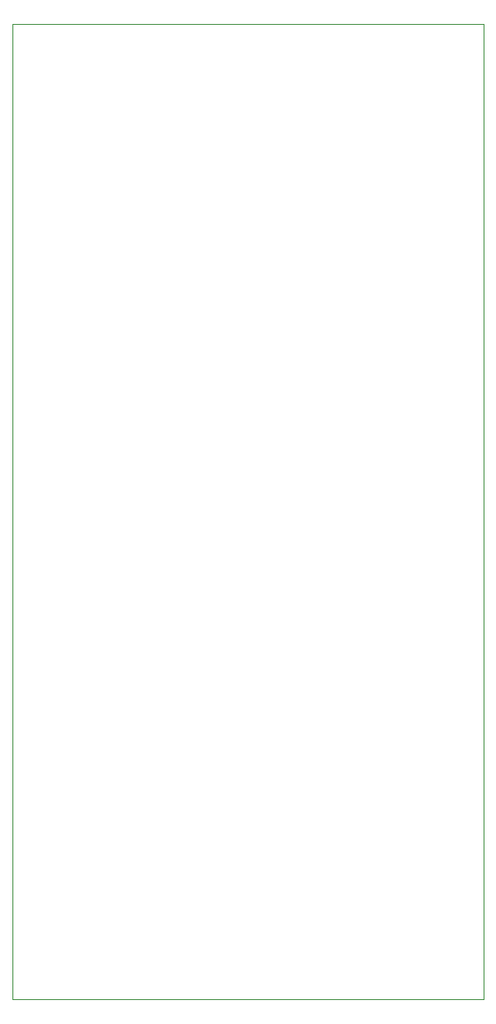
<source format=gbr>
%TF.GenerationSoftware,KiCad,Pcbnew,(6.0.4)*%
%TF.CreationDate,2022-05-06T13:19:33-03:00*%
%TF.ProjectId,kicad proyecto,6b696361-6420-4707-926f-796563746f2e,rev?*%
%TF.SameCoordinates,Original*%
%TF.FileFunction,Profile,NP*%
%FSLAX46Y46*%
G04 Gerber Fmt 4.6, Leading zero omitted, Abs format (unit mm)*
G04 Created by KiCad (PCBNEW (6.0.4)) date 2022-05-06 13:19:33*
%MOMM*%
%LPD*%
G01*
G04 APERTURE LIST*
%TA.AperFunction,Profile*%
%ADD10C,0.100000*%
%TD*%
G04 APERTURE END LIST*
D10*
X100000000Y-69000000D02*
X145000000Y-69000000D01*
X145000000Y-162000000D02*
X100000000Y-162000000D01*
X145000000Y-69000000D02*
X145000000Y-162000000D01*
X100000000Y-162000000D02*
X100000000Y-69000000D01*
M02*

</source>
